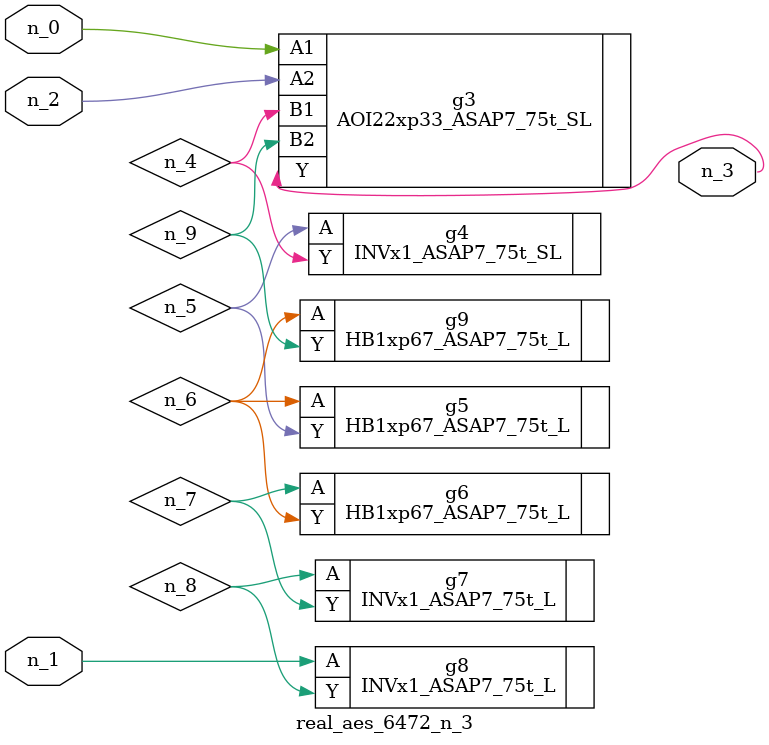
<source format=v>
module real_aes_6472_n_3 (n_0, n_2, n_1, n_3);
input n_0;
input n_2;
input n_1;
output n_3;
wire n_4;
wire n_5;
wire n_7;
wire n_9;
wire n_6;
wire n_8;
AOI22xp33_ASAP7_75t_SL g3 ( .A1(n_0), .A2(n_2), .B1(n_4), .B2(n_9), .Y(n_3) );
INVx1_ASAP7_75t_L g8 ( .A(n_1), .Y(n_8) );
INVx1_ASAP7_75t_SL g4 ( .A(n_5), .Y(n_4) );
HB1xp67_ASAP7_75t_L g5 ( .A(n_6), .Y(n_5) );
HB1xp67_ASAP7_75t_L g9 ( .A(n_6), .Y(n_9) );
HB1xp67_ASAP7_75t_L g6 ( .A(n_7), .Y(n_6) );
INVx1_ASAP7_75t_L g7 ( .A(n_8), .Y(n_7) );
endmodule
</source>
